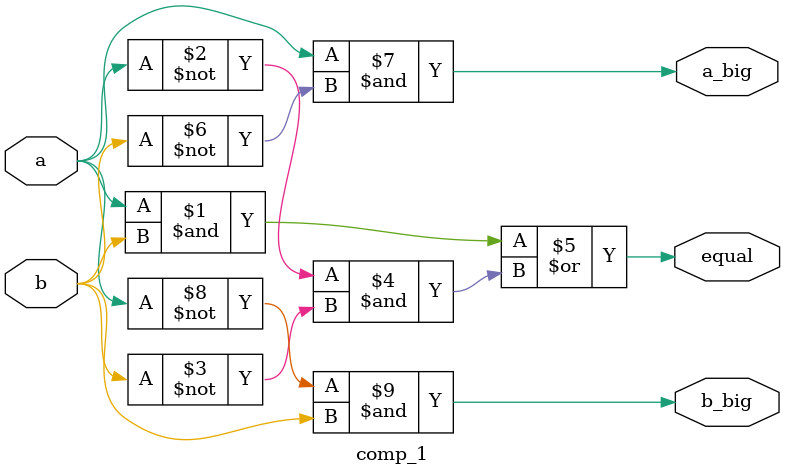
<source format=v>
`timescale 1ns / 1ps

module comp_1(
    input       a,
    input       b,
    output      a_big,
    output      b_big,
    output      equal
    );

    assign equal = (a & b) | (~a & ~b);
    assign a_big = (a & ~b);
    assign b_big = (~a & b);
endmodule

</source>
